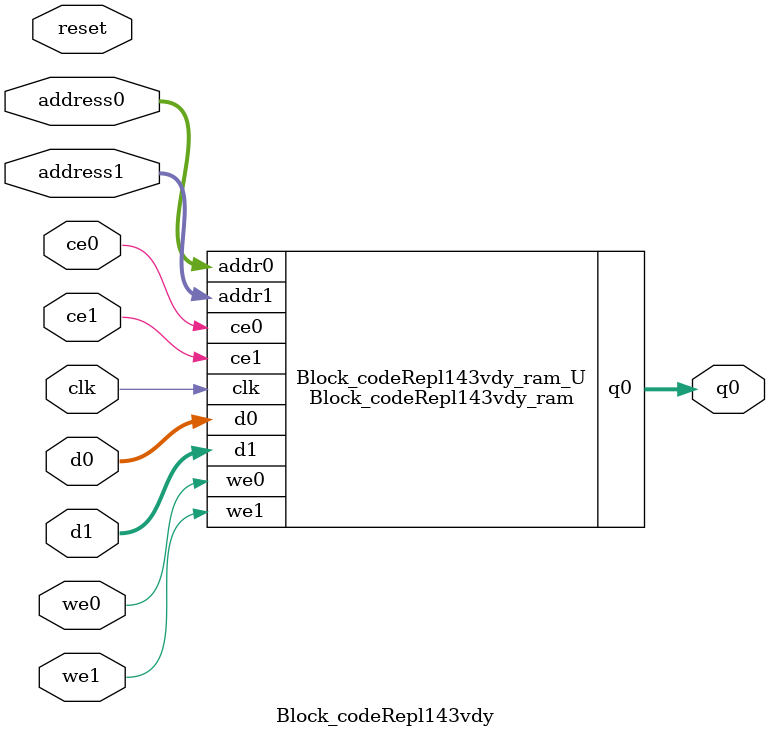
<source format=v>

`timescale 1 ns / 1 ps
module Block_codeRepl143vdy_ram (addr0, ce0, d0, we0, q0, addr1, ce1, d1, we1,  clk);

parameter DWIDTH = 3;
parameter AWIDTH = 2;
parameter MEM_SIZE = 4;

input[AWIDTH-1:0] addr0;
input ce0;
input[DWIDTH-1:0] d0;
input we0;
output reg[DWIDTH-1:0] q0;
input[AWIDTH-1:0] addr1;
input ce1;
input[DWIDTH-1:0] d1;
input we1;
input clk;

(* ram_style = "block" *)reg [DWIDTH-1:0] ram[0:MEM_SIZE-1];




always @(posedge clk)  
begin 
    if (ce0) 
    begin
        if (we0) 
        begin 
            ram[addr0] <= d0; 
            q0 <= d0;
        end 
        else 
            q0 <= ram[addr0];
    end
end


always @(posedge clk)  
begin 
    if (ce1) 
    begin
        if (we1) 
        begin 
            ram[addr1] <= d1; 
        end 
    end
end


endmodule


`timescale 1 ns / 1 ps
module Block_codeRepl143vdy(
    reset,
    clk,
    address0,
    ce0,
    we0,
    d0,
    q0,
    address1,
    ce1,
    we1,
    d1);

parameter DataWidth = 32'd3;
parameter AddressRange = 32'd4;
parameter AddressWidth = 32'd2;
input reset;
input clk;
input[AddressWidth - 1:0] address0;
input ce0;
input we0;
input[DataWidth - 1:0] d0;
output[DataWidth - 1:0] q0;
input[AddressWidth - 1:0] address1;
input ce1;
input we1;
input[DataWidth - 1:0] d1;



Block_codeRepl143vdy_ram Block_codeRepl143vdy_ram_U(
    .clk( clk ),
    .addr0( address0 ),
    .ce0( ce0 ),
    .d0( d0 ),
    .we0( we0 ),
    .q0( q0 ),
    .addr1( address1 ),
    .ce1( ce1 ),
    .d1( d1 ),
    .we1( we1 ));

endmodule


</source>
